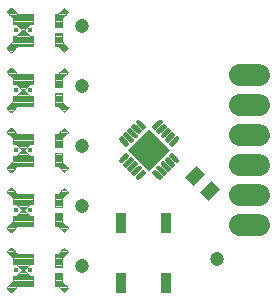
<source format=gts>
G75*
G70*
%OFA0B0*%
%FSLAX24Y24*%
%IPPOS*%
%LPD*%
%AMOC8*
5,1,8,0,0,1.08239X$1,22.5*
%
%ADD10C,0.0128*%
%ADD11R,0.1000X0.1000*%
%ADD12C,0.0720*%
%ADD13R,0.0395X0.0552*%
%ADD14R,0.0380X0.0680*%
%ADD15C,0.0040*%
%ADD16C,0.0157*%
%ADD17C,0.0474*%
D10*
X007654Y005922D02*
X007841Y006109D01*
X007870Y006080D01*
X007683Y005893D01*
X007654Y005922D01*
X007752Y006020D02*
X007810Y006020D01*
X007980Y005969D02*
X007793Y005782D01*
X007980Y005969D02*
X008009Y005940D01*
X007822Y005753D01*
X007793Y005782D01*
X007891Y005880D02*
X007949Y005880D01*
X008119Y005830D02*
X007932Y005643D01*
X008119Y005830D02*
X008148Y005801D01*
X007961Y005614D01*
X007932Y005643D01*
X008030Y005741D02*
X008088Y005741D01*
X008259Y005691D02*
X008072Y005504D01*
X008259Y005691D02*
X008288Y005662D01*
X008101Y005475D01*
X008072Y005504D01*
X008170Y005602D02*
X008228Y005602D01*
X008398Y005552D02*
X008211Y005365D01*
X008398Y005552D02*
X008427Y005523D01*
X008240Y005336D01*
X008211Y005365D01*
X008309Y005463D02*
X008367Y005463D01*
X008768Y005523D02*
X008797Y005552D01*
X008984Y005365D01*
X008955Y005336D01*
X008768Y005523D01*
X008828Y005463D02*
X008886Y005463D01*
X008907Y005662D02*
X008936Y005691D01*
X009123Y005504D01*
X009094Y005475D01*
X008907Y005662D01*
X008967Y005602D02*
X009025Y005602D01*
X009046Y005801D02*
X009075Y005830D01*
X009262Y005643D01*
X009233Y005614D01*
X009046Y005801D01*
X009106Y005741D02*
X009164Y005741D01*
X009185Y005940D02*
X009214Y005969D01*
X009401Y005782D01*
X009372Y005753D01*
X009185Y005940D01*
X009245Y005880D02*
X009303Y005880D01*
X009324Y006080D02*
X009353Y006109D01*
X009540Y005922D01*
X009511Y005893D01*
X009324Y006080D01*
X009384Y006020D02*
X009442Y006020D01*
X009324Y006478D02*
X009511Y006665D01*
X009540Y006636D01*
X009353Y006449D01*
X009324Y006478D01*
X009422Y006576D02*
X009480Y006576D01*
X009372Y006805D02*
X009185Y006618D01*
X009372Y006805D02*
X009401Y006776D01*
X009214Y006589D01*
X009185Y006618D01*
X009283Y006716D02*
X009341Y006716D01*
X009233Y006944D02*
X009046Y006757D01*
X009233Y006944D02*
X009262Y006915D01*
X009075Y006728D01*
X009046Y006757D01*
X009144Y006855D02*
X009202Y006855D01*
X009094Y007083D02*
X008907Y006896D01*
X009094Y007083D02*
X009123Y007054D01*
X008936Y006867D01*
X008907Y006896D01*
X009005Y006994D02*
X009063Y006994D01*
X008955Y007222D02*
X008768Y007035D01*
X008955Y007222D02*
X008984Y007193D01*
X008797Y007006D01*
X008768Y007035D01*
X008866Y007133D02*
X008924Y007133D01*
X008240Y007222D02*
X008211Y007193D01*
X008240Y007222D02*
X008427Y007035D01*
X008398Y007006D01*
X008211Y007193D01*
X008271Y007133D02*
X008329Y007133D01*
X008101Y007083D02*
X008072Y007054D01*
X008101Y007083D02*
X008288Y006896D01*
X008259Y006867D01*
X008072Y007054D01*
X008132Y006994D02*
X008190Y006994D01*
X007961Y006944D02*
X007932Y006915D01*
X007961Y006944D02*
X008148Y006757D01*
X008119Y006728D01*
X007932Y006915D01*
X007992Y006855D02*
X008050Y006855D01*
X007822Y006805D02*
X007793Y006776D01*
X007822Y006805D02*
X008009Y006618D01*
X007980Y006589D01*
X007793Y006776D01*
X007853Y006716D02*
X007911Y006716D01*
X007683Y006665D02*
X007654Y006636D01*
X007683Y006665D02*
X007870Y006478D01*
X007841Y006449D01*
X007654Y006636D01*
X007714Y006576D02*
X007772Y006576D01*
D11*
G36*
X007890Y006279D02*
X008597Y006986D01*
X009304Y006279D01*
X008597Y005572D01*
X007890Y006279D01*
G37*
D12*
X011617Y005779D02*
X012257Y005779D01*
X012257Y004779D02*
X011617Y004779D01*
X011617Y003779D02*
X012257Y003779D01*
X012257Y006779D02*
X011617Y006779D01*
X011617Y007779D02*
X012257Y007779D01*
X012257Y008779D02*
X011617Y008779D01*
D13*
G36*
X010071Y005083D02*
X009792Y005362D01*
X010181Y005751D01*
X010460Y005472D01*
X010071Y005083D01*
G37*
G36*
X010572Y004582D02*
X010293Y004861D01*
X010682Y005250D01*
X010961Y004971D01*
X010572Y004582D01*
G37*
D14*
X009172Y003854D03*
X007672Y003854D03*
X007672Y001854D03*
X009172Y001854D03*
D15*
X003975Y001543D02*
X003865Y001653D01*
X003865Y001696D01*
X004062Y001893D01*
X004062Y002074D01*
X004160Y002070D01*
X004369Y002279D01*
X004420Y002279D01*
X004625Y002074D01*
X004723Y002074D01*
X004723Y001740D01*
X004207Y001740D01*
X004011Y001543D01*
X003975Y001543D01*
X003941Y001577D02*
X004044Y001577D01*
X004083Y001615D02*
X003903Y001615D01*
X003865Y001654D02*
X004122Y001654D01*
X004160Y001692D02*
X003865Y001692D01*
X003899Y001731D02*
X004199Y001731D01*
X004015Y001847D02*
X004723Y001847D01*
X004723Y001885D02*
X004054Y001885D01*
X004062Y001924D02*
X004723Y001924D01*
X004723Y001962D02*
X004062Y001962D01*
X004062Y002001D02*
X004723Y002001D01*
X004723Y002039D02*
X004062Y002039D01*
X004168Y002078D02*
X004621Y002078D01*
X004583Y002116D02*
X004206Y002116D01*
X004245Y002155D02*
X004544Y002155D01*
X004506Y002193D02*
X004283Y002193D01*
X004322Y002232D02*
X004467Y002232D01*
X004429Y002271D02*
X004360Y002271D01*
X004369Y002279D02*
X004420Y002279D01*
X004625Y002484D01*
X004723Y002484D01*
X004723Y002818D01*
X004207Y002818D01*
X004011Y003015D01*
X003975Y003015D01*
X003865Y002905D01*
X003865Y002862D01*
X004062Y002665D01*
X004062Y002484D01*
X004164Y002484D01*
X004369Y002279D01*
X004339Y002309D02*
X004450Y002309D01*
X004489Y002348D02*
X004300Y002348D01*
X004262Y002386D02*
X004527Y002386D01*
X004566Y002425D02*
X004223Y002425D01*
X004185Y002463D02*
X004604Y002463D01*
X004723Y002502D02*
X004062Y002502D01*
X004062Y002540D02*
X004723Y002540D01*
X004723Y002579D02*
X004062Y002579D01*
X004062Y002617D02*
X004723Y002617D01*
X004723Y002656D02*
X004062Y002656D01*
X004032Y002695D02*
X004723Y002695D01*
X004723Y002733D02*
X003994Y002733D01*
X003955Y002772D02*
X004723Y002772D01*
X004723Y002810D02*
X003916Y002810D01*
X003878Y002849D02*
X004177Y002849D01*
X004139Y002887D02*
X003865Y002887D01*
X003886Y002926D02*
X004100Y002926D01*
X004061Y002964D02*
X003924Y002964D01*
X003963Y003003D02*
X004023Y003003D01*
X004011Y003543D02*
X003975Y003543D01*
X003865Y003653D01*
X003865Y003696D01*
X004062Y003893D01*
X004062Y004074D01*
X004160Y004070D01*
X004369Y004279D01*
X004420Y004279D01*
X004625Y004074D01*
X004723Y004074D01*
X004723Y003740D01*
X004207Y003740D01*
X004011Y003543D01*
X004049Y003581D02*
X003937Y003581D01*
X003898Y003620D02*
X004087Y003620D01*
X004126Y003658D02*
X003865Y003658D01*
X003865Y003697D02*
X004164Y003697D01*
X004203Y003735D02*
X003904Y003735D01*
X003942Y003774D02*
X004723Y003774D01*
X004723Y003812D02*
X003981Y003812D01*
X004019Y003851D02*
X004723Y003851D01*
X004723Y003889D02*
X004058Y003889D01*
X004062Y003928D02*
X004723Y003928D01*
X004723Y003966D02*
X004062Y003966D01*
X004062Y004005D02*
X004723Y004005D01*
X004723Y004044D02*
X004062Y004044D01*
X004172Y004082D02*
X004617Y004082D01*
X004578Y004121D02*
X004210Y004121D01*
X004249Y004159D02*
X004540Y004159D01*
X004501Y004198D02*
X004287Y004198D01*
X004326Y004236D02*
X004463Y004236D01*
X004424Y004275D02*
X004365Y004275D01*
X004369Y004279D02*
X004420Y004279D01*
X004625Y004484D01*
X004723Y004484D01*
X004723Y004818D01*
X004207Y004818D01*
X004011Y005015D01*
X003975Y005015D01*
X003865Y004905D01*
X003865Y004862D01*
X004062Y004665D01*
X004062Y004484D01*
X004164Y004484D01*
X004369Y004279D01*
X004335Y004313D02*
X004454Y004313D01*
X004493Y004352D02*
X004296Y004352D01*
X004257Y004390D02*
X004531Y004390D01*
X004570Y004429D02*
X004219Y004429D01*
X004180Y004468D02*
X004608Y004468D01*
X004723Y004506D02*
X004062Y004506D01*
X004062Y004545D02*
X004723Y004545D01*
X004723Y004583D02*
X004062Y004583D01*
X004062Y004622D02*
X004723Y004622D01*
X004723Y004660D02*
X004062Y004660D01*
X004028Y004699D02*
X004723Y004699D01*
X004723Y004737D02*
X003989Y004737D01*
X003951Y004776D02*
X004723Y004776D01*
X004723Y004814D02*
X003912Y004814D01*
X003874Y004853D02*
X004173Y004853D01*
X004134Y004891D02*
X003865Y004891D01*
X003890Y004930D02*
X004096Y004930D01*
X004057Y004969D02*
X003928Y004969D01*
X003967Y005007D02*
X004019Y005007D01*
X004011Y005543D02*
X003975Y005543D01*
X003865Y005653D01*
X003865Y005696D01*
X004062Y005893D01*
X004062Y006074D01*
X004160Y006070D01*
X004369Y006279D01*
X004420Y006279D01*
X004625Y006074D01*
X004723Y006074D01*
X004723Y005740D01*
X004207Y005740D01*
X004011Y005543D01*
X004014Y005547D02*
X003971Y005547D01*
X003933Y005585D02*
X004053Y005585D01*
X004092Y005624D02*
X003894Y005624D01*
X003865Y005662D02*
X004130Y005662D01*
X004169Y005701D02*
X003869Y005701D01*
X003908Y005739D02*
X004207Y005739D01*
X004062Y005894D02*
X004723Y005894D01*
X004723Y005932D02*
X004062Y005932D01*
X004062Y005971D02*
X004723Y005971D01*
X004723Y006009D02*
X004062Y006009D01*
X004062Y006048D02*
X004723Y006048D01*
X004613Y006086D02*
X004176Y006086D01*
X004215Y006125D02*
X004574Y006125D01*
X004536Y006163D02*
X004253Y006163D01*
X004292Y006202D02*
X004497Y006202D01*
X004459Y006241D02*
X004330Y006241D01*
X004369Y006279D02*
X004420Y006279D01*
X004625Y006484D01*
X004723Y006484D01*
X004723Y006818D01*
X004207Y006818D01*
X004011Y007015D01*
X003975Y007015D01*
X003865Y006905D01*
X003865Y006862D01*
X004062Y006665D01*
X004062Y006484D01*
X004164Y006484D01*
X004369Y006279D01*
X004420Y006279D01*
X004459Y006318D02*
X004330Y006318D01*
X004292Y006356D02*
X004497Y006356D01*
X004536Y006395D02*
X004253Y006395D01*
X004215Y006433D02*
X004574Y006433D01*
X004613Y006472D02*
X004176Y006472D01*
X004062Y006510D02*
X004723Y006510D01*
X004723Y006549D02*
X004062Y006549D01*
X004062Y006587D02*
X004723Y006587D01*
X004723Y006626D02*
X004062Y006626D01*
X004062Y006664D02*
X004723Y006664D01*
X004723Y006703D02*
X004024Y006703D01*
X003985Y006742D02*
X004723Y006742D01*
X004723Y006780D02*
X003946Y006780D01*
X003908Y006819D02*
X004207Y006819D01*
X004169Y006857D02*
X003869Y006857D01*
X003865Y006896D02*
X004130Y006896D01*
X004092Y006934D02*
X003894Y006934D01*
X003933Y006973D02*
X004053Y006973D01*
X004014Y007011D02*
X003971Y007011D01*
X003975Y007543D02*
X003865Y007653D01*
X003865Y007696D01*
X004062Y007893D01*
X004062Y008074D01*
X004160Y008070D01*
X004369Y008279D01*
X004420Y008279D01*
X004625Y008074D01*
X004723Y008074D01*
X004723Y007740D01*
X004207Y007740D01*
X004011Y007543D01*
X003975Y007543D01*
X003967Y007551D02*
X004019Y007551D01*
X004057Y007590D02*
X003928Y007590D01*
X003890Y007628D02*
X004096Y007628D01*
X004134Y007667D02*
X003865Y007667D01*
X003874Y007705D02*
X004173Y007705D01*
X004028Y007859D02*
X004723Y007859D01*
X004723Y007821D02*
X003989Y007821D01*
X003951Y007782D02*
X004723Y007782D01*
X004723Y007744D02*
X003912Y007744D01*
X004062Y007898D02*
X004723Y007898D01*
X004723Y007936D02*
X004062Y007936D01*
X004062Y007975D02*
X004723Y007975D01*
X004723Y008014D02*
X004062Y008014D01*
X004062Y008052D02*
X004723Y008052D01*
X004608Y008091D02*
X004180Y008091D01*
X004219Y008129D02*
X004570Y008129D01*
X004531Y008168D02*
X004257Y008168D01*
X004296Y008206D02*
X004493Y008206D01*
X004454Y008245D02*
X004335Y008245D01*
X004369Y008279D02*
X004420Y008279D01*
X004625Y008484D01*
X004723Y008484D01*
X004723Y008818D01*
X004207Y008818D01*
X004011Y009015D01*
X003975Y009015D01*
X003865Y008905D01*
X003865Y008862D01*
X004062Y008665D01*
X004062Y008484D01*
X004164Y008484D01*
X004369Y008279D01*
X004365Y008283D02*
X004424Y008283D01*
X004463Y008322D02*
X004326Y008322D01*
X004287Y008360D02*
X004501Y008360D01*
X004540Y008399D02*
X004249Y008399D01*
X004210Y008437D02*
X004578Y008437D01*
X004617Y008476D02*
X004172Y008476D01*
X004062Y008515D02*
X004723Y008515D01*
X004723Y008553D02*
X004062Y008553D01*
X004062Y008592D02*
X004723Y008592D01*
X004723Y008630D02*
X004062Y008630D01*
X004058Y008669D02*
X004723Y008669D01*
X004723Y008707D02*
X004019Y008707D01*
X003981Y008746D02*
X004723Y008746D01*
X004723Y008784D02*
X003942Y008784D01*
X003904Y008823D02*
X004203Y008823D01*
X004164Y008861D02*
X003865Y008861D01*
X003865Y008900D02*
X004126Y008900D01*
X004087Y008939D02*
X003898Y008939D01*
X003937Y008977D02*
X004049Y008977D01*
X004011Y009543D02*
X003975Y009543D01*
X003865Y009653D01*
X003865Y009696D01*
X004062Y009893D01*
X004062Y010074D01*
X004160Y010070D01*
X004369Y010279D01*
X004420Y010279D01*
X004625Y010074D01*
X004723Y010074D01*
X004723Y009740D01*
X004207Y009740D01*
X004011Y009543D01*
X004023Y009555D02*
X003963Y009555D01*
X003924Y009594D02*
X004061Y009594D01*
X004100Y009632D02*
X003886Y009632D01*
X003865Y009671D02*
X004139Y009671D01*
X004177Y009709D02*
X003878Y009709D01*
X003916Y009748D02*
X004723Y009748D01*
X004723Y009786D02*
X003955Y009786D01*
X003994Y009825D02*
X004723Y009825D01*
X004723Y009864D02*
X004032Y009864D01*
X004062Y009902D02*
X004723Y009902D01*
X004723Y009941D02*
X004062Y009941D01*
X004062Y009979D02*
X004723Y009979D01*
X004723Y010018D02*
X004062Y010018D01*
X004062Y010056D02*
X004723Y010056D01*
X004604Y010095D02*
X004185Y010095D01*
X004223Y010133D02*
X004566Y010133D01*
X004527Y010172D02*
X004262Y010172D01*
X004300Y010210D02*
X004489Y010210D01*
X004450Y010249D02*
X004339Y010249D01*
X004369Y010279D02*
X004420Y010279D01*
X004625Y010484D01*
X004723Y010484D01*
X004723Y010818D01*
X004207Y010818D01*
X004011Y011015D01*
X003975Y011015D01*
X003865Y010905D01*
X003865Y010862D01*
X004062Y010665D01*
X004062Y010484D01*
X004164Y010484D01*
X004369Y010279D01*
X004360Y010288D02*
X004429Y010288D01*
X004467Y010326D02*
X004322Y010326D01*
X004283Y010365D02*
X004506Y010365D01*
X004544Y010403D02*
X004245Y010403D01*
X004206Y010442D02*
X004583Y010442D01*
X004621Y010480D02*
X004168Y010480D01*
X004062Y010519D02*
X004723Y010519D01*
X004723Y010557D02*
X004062Y010557D01*
X004062Y010596D02*
X004723Y010596D01*
X004723Y010634D02*
X004062Y010634D01*
X004054Y010673D02*
X004723Y010673D01*
X004723Y010712D02*
X004015Y010712D01*
X003977Y010750D02*
X004723Y010750D01*
X004723Y010789D02*
X003938Y010789D01*
X003899Y010827D02*
X004199Y010827D01*
X004160Y010866D02*
X003865Y010866D01*
X003865Y010904D02*
X004122Y010904D01*
X004083Y010943D02*
X003903Y010943D01*
X003941Y010981D02*
X004044Y010981D01*
X005471Y010811D02*
X005471Y010377D01*
X005696Y010377D01*
X005696Y010673D01*
X005471Y010673D01*
X005471Y010634D02*
X005696Y010634D01*
X005696Y010596D02*
X005471Y010596D01*
X005471Y010557D02*
X005696Y010557D01*
X005696Y010519D02*
X005471Y010519D01*
X005471Y010480D02*
X005696Y010480D01*
X005696Y010442D02*
X005471Y010442D01*
X005471Y010403D02*
X005696Y010403D01*
X005696Y010181D02*
X005471Y010181D01*
X005471Y009748D01*
X005833Y009748D01*
X005794Y009786D02*
X005471Y009786D01*
X005471Y009748D02*
X005554Y009748D01*
X005755Y009547D01*
X005896Y009685D01*
X005696Y009885D01*
X005696Y010181D01*
X005696Y010172D02*
X005471Y010172D01*
X005471Y010133D02*
X005696Y010133D01*
X005696Y010095D02*
X005471Y010095D01*
X005471Y010056D02*
X005696Y010056D01*
X005696Y010018D02*
X005471Y010018D01*
X005471Y009979D02*
X005696Y009979D01*
X005696Y009941D02*
X005471Y009941D01*
X005471Y009902D02*
X005696Y009902D01*
X005717Y009864D02*
X005471Y009864D01*
X005471Y009825D02*
X005756Y009825D01*
X005872Y009709D02*
X005592Y009709D01*
X005631Y009671D02*
X005882Y009671D01*
X005843Y009632D02*
X005669Y009632D01*
X005708Y009594D02*
X005803Y009594D01*
X005763Y009555D02*
X005746Y009555D01*
X005755Y009011D02*
X005554Y008811D01*
X005471Y008811D01*
X005471Y008377D01*
X005696Y008377D01*
X005696Y008673D01*
X005896Y008874D01*
X005755Y009011D01*
X005720Y008977D02*
X005790Y008977D01*
X005830Y008939D02*
X005682Y008939D01*
X005643Y008900D02*
X005869Y008900D01*
X005884Y008861D02*
X005605Y008861D01*
X005566Y008823D02*
X005846Y008823D01*
X005807Y008784D02*
X005471Y008784D01*
X005471Y008746D02*
X005769Y008746D01*
X005730Y008707D02*
X005471Y008707D01*
X005471Y008669D02*
X005696Y008669D01*
X005696Y008630D02*
X005471Y008630D01*
X005471Y008592D02*
X005696Y008592D01*
X005696Y008553D02*
X005471Y008553D01*
X005471Y008515D02*
X005696Y008515D01*
X005696Y008476D02*
X005471Y008476D01*
X005471Y008437D02*
X005696Y008437D01*
X005696Y008399D02*
X005471Y008399D01*
X005471Y008181D02*
X005471Y007748D01*
X005554Y007748D01*
X005755Y007547D01*
X005896Y007685D01*
X005696Y007885D01*
X005696Y008181D01*
X005471Y008181D01*
X005471Y008168D02*
X005696Y008168D01*
X005696Y008129D02*
X005471Y008129D01*
X005471Y008091D02*
X005696Y008091D01*
X005696Y008052D02*
X005471Y008052D01*
X005471Y008014D02*
X005696Y008014D01*
X005696Y007975D02*
X005471Y007975D01*
X005471Y007936D02*
X005696Y007936D01*
X005696Y007898D02*
X005471Y007898D01*
X005471Y007859D02*
X005722Y007859D01*
X005760Y007821D02*
X005471Y007821D01*
X005471Y007782D02*
X005799Y007782D01*
X005837Y007744D02*
X005558Y007744D01*
X005596Y007705D02*
X005876Y007705D01*
X005878Y007667D02*
X005635Y007667D01*
X005673Y007628D02*
X005838Y007628D01*
X005799Y007590D02*
X005712Y007590D01*
X005750Y007551D02*
X005759Y007551D01*
X005755Y007011D02*
X005554Y006811D01*
X005471Y006811D01*
X005471Y006377D01*
X005696Y006377D01*
X005696Y006673D01*
X005896Y006874D01*
X005755Y007011D01*
X005716Y006973D02*
X005794Y006973D01*
X005834Y006934D02*
X005678Y006934D01*
X005639Y006896D02*
X005874Y006896D01*
X005880Y006857D02*
X005601Y006857D01*
X005562Y006819D02*
X005841Y006819D01*
X005803Y006780D02*
X005471Y006780D01*
X005471Y006742D02*
X005764Y006742D01*
X005726Y006703D02*
X005471Y006703D01*
X005471Y006664D02*
X005696Y006664D01*
X005696Y006626D02*
X005471Y006626D01*
X005471Y006587D02*
X005696Y006587D01*
X005696Y006549D02*
X005471Y006549D01*
X005471Y006510D02*
X005696Y006510D01*
X005696Y006472D02*
X005471Y006472D01*
X005471Y006433D02*
X005696Y006433D01*
X005696Y006395D02*
X005471Y006395D01*
X005471Y006181D02*
X005471Y005748D01*
X005554Y005748D01*
X005755Y005547D01*
X005896Y005685D01*
X005696Y005885D01*
X005696Y006181D01*
X005471Y006181D01*
X005471Y006163D02*
X005696Y006163D01*
X005696Y006125D02*
X005471Y006125D01*
X005471Y006086D02*
X005696Y006086D01*
X005696Y006048D02*
X005471Y006048D01*
X005471Y006009D02*
X005696Y006009D01*
X005696Y005971D02*
X005471Y005971D01*
X005471Y005932D02*
X005696Y005932D01*
X005696Y005894D02*
X005471Y005894D01*
X005471Y005855D02*
X005726Y005855D01*
X005764Y005817D02*
X005471Y005817D01*
X005471Y005778D02*
X005803Y005778D01*
X005841Y005739D02*
X005562Y005739D01*
X005601Y005701D02*
X005880Y005701D01*
X005874Y005662D02*
X005639Y005662D01*
X005678Y005624D02*
X005834Y005624D01*
X005794Y005585D02*
X005716Y005585D01*
X005755Y005011D02*
X005554Y004811D01*
X005471Y004811D01*
X005471Y004377D01*
X005696Y004377D01*
X005696Y004673D01*
X005896Y004874D01*
X005755Y005011D01*
X005759Y005007D02*
X005750Y005007D01*
X005712Y004969D02*
X005799Y004969D01*
X005838Y004930D02*
X005673Y004930D01*
X005635Y004891D02*
X005878Y004891D01*
X005876Y004853D02*
X005596Y004853D01*
X005558Y004814D02*
X005837Y004814D01*
X005799Y004776D02*
X005471Y004776D01*
X005471Y004737D02*
X005760Y004737D01*
X005722Y004699D02*
X005471Y004699D01*
X005471Y004660D02*
X005696Y004660D01*
X005696Y004622D02*
X005471Y004622D01*
X005471Y004583D02*
X005696Y004583D01*
X005696Y004545D02*
X005471Y004545D01*
X005471Y004506D02*
X005696Y004506D01*
X005696Y004468D02*
X005471Y004468D01*
X005471Y004429D02*
X005696Y004429D01*
X005696Y004390D02*
X005471Y004390D01*
X005471Y004181D02*
X005471Y003748D01*
X005554Y003748D01*
X005755Y003547D01*
X005896Y003685D01*
X005696Y003885D01*
X005696Y004181D01*
X005471Y004181D01*
X005471Y004159D02*
X005696Y004159D01*
X005696Y004121D02*
X005471Y004121D01*
X005471Y004082D02*
X005696Y004082D01*
X005696Y004044D02*
X005471Y004044D01*
X005471Y004005D02*
X005696Y004005D01*
X005696Y003966D02*
X005471Y003966D01*
X005471Y003928D02*
X005696Y003928D01*
X005696Y003889D02*
X005471Y003889D01*
X005471Y003851D02*
X005730Y003851D01*
X005769Y003812D02*
X005471Y003812D01*
X005471Y003774D02*
X005807Y003774D01*
X005846Y003735D02*
X005566Y003735D01*
X005605Y003697D02*
X005884Y003697D01*
X005869Y003658D02*
X005643Y003658D01*
X005682Y003620D02*
X005830Y003620D01*
X005790Y003581D02*
X005720Y003581D01*
X005755Y003011D02*
X005554Y002811D01*
X005471Y002811D01*
X005471Y002377D01*
X005696Y002377D01*
X005696Y002673D01*
X005896Y002874D01*
X005755Y003011D01*
X005763Y003003D02*
X005746Y003003D01*
X005708Y002964D02*
X005803Y002964D01*
X005843Y002926D02*
X005669Y002926D01*
X005631Y002887D02*
X005882Y002887D01*
X005872Y002849D02*
X005592Y002849D01*
X005471Y002810D02*
X005833Y002810D01*
X005794Y002772D02*
X005471Y002772D01*
X005471Y002733D02*
X005756Y002733D01*
X005717Y002695D02*
X005471Y002695D01*
X005471Y002656D02*
X005696Y002656D01*
X005696Y002617D02*
X005471Y002617D01*
X005471Y002579D02*
X005696Y002579D01*
X005696Y002540D02*
X005471Y002540D01*
X005471Y002502D02*
X005696Y002502D01*
X005696Y002463D02*
X005471Y002463D01*
X005471Y002425D02*
X005696Y002425D01*
X005696Y002386D02*
X005471Y002386D01*
X005471Y002181D02*
X005471Y001748D01*
X005554Y001748D01*
X005755Y001547D01*
X005896Y001685D01*
X005696Y001885D01*
X005471Y001885D01*
X005471Y001847D02*
X005734Y001847D01*
X005696Y001885D02*
X005696Y002181D01*
X005471Y002181D01*
X005471Y002155D02*
X005696Y002155D01*
X005696Y002116D02*
X005471Y002116D01*
X005471Y002078D02*
X005696Y002078D01*
X005696Y002039D02*
X005471Y002039D01*
X005471Y002001D02*
X005696Y002001D01*
X005696Y001962D02*
X005471Y001962D01*
X005471Y001924D02*
X005696Y001924D01*
X005773Y001808D02*
X005471Y001808D01*
X005471Y001769D02*
X005811Y001769D01*
X005850Y001731D02*
X005570Y001731D01*
X005609Y001692D02*
X005889Y001692D01*
X005865Y001654D02*
X005648Y001654D01*
X005686Y001615D02*
X005825Y001615D01*
X005786Y001577D02*
X005725Y001577D01*
X004723Y001769D02*
X003938Y001769D01*
X003977Y001808D02*
X004723Y001808D01*
X004723Y005778D02*
X003946Y005778D01*
X003985Y005817D02*
X004723Y005817D01*
X004723Y005855D02*
X004024Y005855D01*
X005696Y010673D02*
X005896Y010874D01*
X005755Y011011D01*
X005554Y010811D01*
X005471Y010811D01*
X005471Y010789D02*
X005811Y010789D01*
X005773Y010750D02*
X005471Y010750D01*
X005471Y010712D02*
X005734Y010712D01*
X005850Y010827D02*
X005570Y010827D01*
X005609Y010866D02*
X005889Y010866D01*
X005865Y010904D02*
X005648Y010904D01*
X005686Y010943D02*
X005825Y010943D01*
X005786Y010981D02*
X005725Y010981D01*
D16*
X004635Y010279D03*
X004154Y010279D03*
X004154Y008279D03*
X004635Y008279D03*
X004635Y006279D03*
X004154Y006279D03*
X004154Y004279D03*
X004635Y004279D03*
X004635Y002279D03*
X004154Y002279D03*
D17*
X006347Y002404D03*
X006347Y004404D03*
X006347Y006404D03*
X006347Y008404D03*
X006347Y010404D03*
X010847Y002654D03*
M02*

</source>
